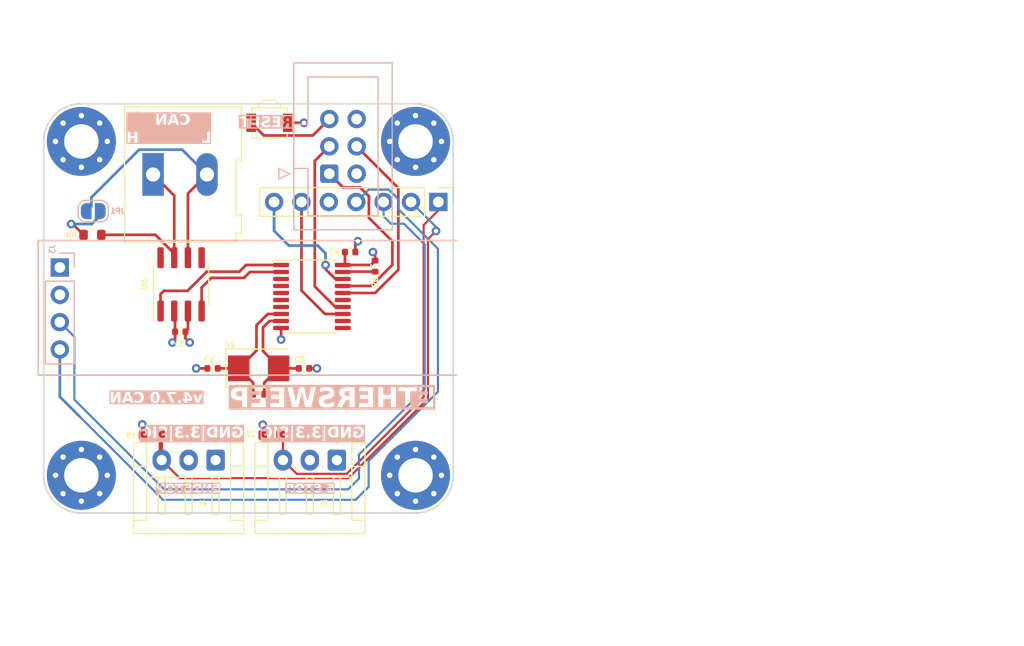
<source format=kicad_pcb>
(kicad_pcb (version 20221018) (generator pcbnew)
  (title_block (title "ethersweep2") (rev "2.0.1") (company "github.com/neumi"))
  (layers (0 "F.Cu" signal) (1 "In1.Cu" power "GND") (2 "In2.Cu" power "3.3v") (31 "B.Cu" signal) (34 "B.Paste" user) (35 "F.Paste" user) (36 "B.SilkS" user "B.Silkscreen") (37 "F.SilkS" user "F.Silkscreen") (38 "B.Mask" user) (39 "F.Mask" user) (44 "Edge.Cuts" user))
  (net 0 "")
  (net 1 "GND")
  (net 2 "SCL")
  (net 3 "SDA")
  (net 4 "+3V3")
  (net 5 "MISO")
  (net 6 "SCK")
  (net 7 "rst")
  (net 8 "MOSI")
  (net 9 "ESTOP")
  (net 10 "ENDSTOP")
  (net 11 "RST_ETHERNET")
  (net 12 "Net-(U1-OSC2)")
  (net 13 "Net-(U1-OSC1)")
  (net 14 "Net-(J10-Pin_1)")
  (net 15 "Net-(J10-Pin_2)")
  (net 16 "Net-(JP1-B)")
  (net 17 "Net-(U1-~{RESET})")
  (net 18 "Net-(U1-TXCAN)")
  (net 19 "Net-(U1-RXCAN)")
  (net 21 "ETH_INT")
  (net 31 "CS")
  (footprint "MountingHole:MountingHole_3.2mm_M3_Pad_Via" (layer "F.Cu") (at 180.6 30.2)
    (fp_text reference "H6" hide)
    (fp_text value "MountingHole_Pad" hide)
    (pad "1" thru_hole circle (at -2.4 0) (size 0.8 0.8) (drill 0.5) (layers "*.Cu" "*.Mask") (net 1 "GND"))
    (pad "1" thru_hole circle (at -1.697056 -1.697056) (size 0.8 0.8) (drill 0.5) (layers "*.Cu" "*.Mask") (net 1 "GND"))
    (pad "1" thru_hole circle (at -1.697056 1.697056) (size 0.8 0.8) (drill 0.5) (layers "*.Cu" "*.Mask") (net 1 "GND"))
    (pad "1" thru_hole circle (at 0 -2.4) (size 0.8 0.8) (drill 0.5) (layers "*.Cu" "*.Mask") (net 1 "GND"))
    (pad "1" thru_hole circle (at 0 0) (size 6.4 6.4) (drill 3.2) (layers "*.Cu" "*.Mask") (net 1 "GND"))
    (pad "1" thru_hole circle (at 0 2.4) (size 0.8 0.8) (drill 0.5) (layers "*.Cu" "*.Mask") (net 1 "GND"))
    (pad "1" thru_hole circle (at 1.697056 -1.697056) (size 0.8 0.8) (drill 0.5) (layers "*.Cu" "*.Mask") (net 1 "GND"))
    (pad "1" thru_hole circle (at 1.697056 1.697056) (size 0.8 0.8) (drill 0.5) (layers "*.Cu" "*.Mask") (net 1 "GND"))
    (pad "1" thru_hole circle (at 2.4 0) (size 0.8 0.8) (drill 0.5) (layers "*.Cu" "*.Mask") (net 1 "GND"))
  )
  (footprint "MountingHole:MountingHole_3.2mm_M3_Pad_Via" (layer "F.Cu") (at 149.6 30.2)
    (fp_text reference "H5" hide)
    (fp_text value "MountingHole_Pad" hide)
    (pad "1" thru_hole circle (at -2.4 0) (size 0.8 0.8) (drill 0.5) (layers "*.Cu" "*.Mask") (net 1 "GND"))
    (pad "1" thru_hole circle (at -1.697056 -1.697056) (size 0.8 0.8) (drill 0.5) (layers "*.Cu" "*.Mask") (net 1 "GND"))
    (pad "1" thru_hole circle (at -1.697056 1.697056) (size 0.8 0.8) (drill 0.5) (layers "*.Cu" "*.Mask") (net 1 "GND"))
    (pad "1" thru_hole circle (at 0 -2.4) (size 0.8 0.8) (drill 0.5) (layers "*.Cu" "*.Mask") (net 1 "GND"))
    (pad "1" thru_hole circle (at 0 0) (size 6.4 6.4) (drill 3.2) (layers "*.Cu" "*.Mask") (net 1 "GND"))
    (pad "1" thru_hole circle (at 0 2.4) (size 0.8 0.8) (drill 0.5) (layers "*.Cu" "*.Mask") (net 1 "GND"))
    (pad "1" thru_hole circle (at 1.697056 -1.697056) (size 0.8 0.8) (drill 0.5) (layers "*.Cu" "*.Mask") (net 1 "GND"))
    (pad "1" thru_hole circle (at 1.697056 1.697056) (size 0.8 0.8) (drill 0.5) (layers "*.Cu" "*.Mask") (net 1 "GND"))
    (pad "1" thru_hole circle (at 2.4 0) (size 0.8 0.8) (drill 0.5) (layers "*.Cu" "*.Mask") (net 1 "GND"))
  )
  (footprint "MountingHole:MountingHole_3.2mm_M3_Pad_Via" (layer "F.Cu") (at 149.6 61.2)
    (fp_text reference "H8" hide)
    (fp_text value "MountingHole_Pad" hide)
    (pad "1" thru_hole circle (at -2.4 0) (size 0.8 0.8) (drill 0.5) (layers "*.Cu" "*.Mask") (net 1 "GND"))
    (pad "1" thru_hole circle (at -1.697056 -1.697056) (size 0.8 0.8) (drill 0.5) (layers "*.Cu" "*.Mask") (net 1 "GND"))
    (pad "1" thru_hole circle (at -1.697056 1.697056) (size 0.8 0.8) (drill 0.5) (layers "*.Cu" "*.Mask") (net 1 "GND"))
    (pad "1" thru_hole circle (at 0 -2.4) (size 0.8 0.8) (drill 0.5) (layers "*.Cu" "*.Mask") (net 1 "GND"))
    (pad "1" thru_hole circle (at 0 0) (size 6.4 6.4) (drill 3.2) (layers "*.Cu" "*.Mask") (net 1 "GND"))
    (pad "1" thru_hole circle (at 0 2.4) (size 0.8 0.8) (drill 0.5) (layers "*.Cu" "*.Mask") (net 1 "GND"))
    (pad "1" thru_hole circle (at 1.697056 -1.697056) (size 0.8 0.8) (drill 0.5) (layers "*.Cu" "*.Mask") (net 1 "GND"))
    (pad "1" thru_hole circle (at 1.697056 1.697056) (size 0.8 0.8) (drill 0.5) (layers "*.Cu" "*.Mask") (net 1 "GND"))
    (pad "1" thru_hole circle (at 2.4 0) (size 0.8 0.8) (drill 0.5) (layers "*.Cu" "*.Mask") (net 1 "GND"))
  )
  (footprint "MountingHole:MountingHole_3.2mm_M3_Pad_Via" (layer "F.Cu") (at 180.6 61.2)
    (fp_text reference "H7" hide)
    (fp_text value "MountingHole_Pad" hide)
    (pad "1" thru_hole circle (at -2.4 0) (size 0.8 0.8) (drill 0.5) (layers "*.Cu" "*.Mask") (net 1 "GND"))
    (pad "1" thru_hole circle (at -1.697056 -1.697056) (size 0.8 0.8) (drill 0.5) (layers "*.Cu" "*.Mask") (net 1 "GND"))
    (pad "1" thru_hole circle (at -1.697056 1.697056) (size 0.8 0.8) (drill 0.5) (layers "*.Cu" "*.Mask") (net 1 "GND"))
    (pad "1" thru_hole circle (at 0 -2.4) (size 0.8 0.8) (drill 0.5) (layers "*.Cu" "*.Mask") (net 1 "GND"))
    (pad "1" thru_hole circle (at 0 0) (size 6.4 6.4) (drill 3.2) (layers "*.Cu" "*.Mask") (net 1 "GND"))
    (pad "1" thru_hole circle (at 0 2.4) (size 0.8 0.8) (drill 0.5) (layers "*.Cu" "*.Mask") (net 1 "GND"))
    (pad "1" thru_hole circle (at 1.697056 -1.697056) (size 0.8 0.8) (drill 0.5) (layers "*.Cu" "*.Mask") (net 1 "GND"))
    (pad "1" thru_hole circle (at 1.697056 1.697056) (size 0.8 0.8) (drill 0.5) (layers "*.Cu" "*.Mask") (net 1 "GND"))
    (pad "1" thru_hole circle (at 2.4 0) (size 0.8 0.8) (drill 0.5) (layers "*.Cu" "*.Mask") (net 1 "GND"))
  )
  (footprint "Capacitor_SMD:C_0402_1005Metric" (layer "F.Cu") (at 161.77 51.27)
    (fp_text reference "C1" (at -0.32 -0.8) (layer "F.SilkS") (effects (font (size 0.5 0.5) (thickness 0.125))))
    (fp_text value "C22pF" hide)
    (fp_line (start -0.107836 -0.36) (end 0.107836 -0.36) (stroke (width 0.12)) (layer "F.SilkS"))
    (fp_line (start -0.107836 0.36) (end 0.107836 0.36) (stroke (width 0.12)) (layer "F.SilkS"))
    (pad "1" smd roundrect (at -0.48 0) (size 0.56 0.62) (layers "F.Cu" "F.Paste" "F.Mask") (net 1 "GND"))
    (pad "2" smd roundrect (at 0.48 0) (size 0.56 0.62) (layers "F.Cu" "F.Paste" "F.Mask") (net 12 "Net-(U1-OSC2)"))
  )
  (footprint "TerminalBlock:TerminalBlock_Altech_AK300-2_P5.00mm" (layer "F.Cu") (at 156.25 33.27)
    (fp_text reference "J10" (at -1.8 -5.6) (layer "F.SilkS") (effects (font (size 0.5 0.5) (thickness 0.125))))
    (fp_text value "CAN_BUS" hide)
    (fp_line (start -2.65 -6.3) (end -2.65 6.3) (stroke (width 0.12)) (layer "F.SilkS"))
    (fp_line (start -2.65 6.3) (end 7.7 6.3) (stroke (width 0.12)) (layer "F.SilkS"))
    (fp_line (start 7.7 -1.5) (end 8.2 -1.2) (stroke (width 0.12)) (layer "F.SilkS"))
    (fp_line (start 7.7 3.9) (end 7.7 -1.5) (stroke (width 0.12)) (layer "F.SilkS"))
    (fp_line (start 7.7 5.35) (end 8.2 5.6) (stroke (width 0.12)) (layer "F.SilkS"))
    (fp_line (start 7.7 6.3) (end 7.7 5.35) (stroke (width 0.12)) (layer "F.SilkS"))
    (fp_line (start 8.2 -6.3) (end -2.65 -6.3) (stroke (width 0.12)) (layer "F.SilkS"))
    (fp_line (start 8.2 -1.2) (end 8.2 -6.3) (stroke (width 0.12)) (layer "F.SilkS"))
    (fp_line (start 8.2 3.65) (end 7.7 3.9) (stroke (width 0.12)) (layer "F.SilkS"))
    (fp_line (start 8.2 3.7) (end 8.2 3.65) (stroke (width 0.12)) (layer "F.SilkS"))
    (fp_line (start 8.2 5.6) (end 8.2 3.7) (stroke (width 0.12)) (layer "F.SilkS"))
    (pad "1" thru_hole rect (at 0 0) (size 1.98 3.96) (drill 1.32) (layers "*.Cu" "*.Mask") (net 14 "Net-(J10-Pin_1)"))
    (pad "2" thru_hole oval (at 5 0) (size 1.98 3.96) (drill 1.32) (layers "*.Cu" "*.Mask") (net 15 "Net-(J10-Pin_2)"))
  )
  (footprint "Resistor_SMD:R_0402_1005Metric" (layer "F.Cu") (at 166.05 53.67)
    (fp_text reference "R5" (at 1.4 0) (layer "F.SilkS") (effects (font (size 0.5 0.5) (thickness 0.125))))
    (fp_text value "R1M" hide)
    (fp_line (start -0.153641 -0.38) (end 0.153641 -0.38) (stroke (width 0.12)) (layer "F.SilkS"))
    (fp_line (start -0.153641 0.38) (end 0.153641 0.38) (stroke (width 0.12)) (layer "F.SilkS"))
    (pad "1" smd roundrect (at -0.51 0) (size 0.54 0.64) (layers "F.Cu" "F.Paste" "F.Mask") (net 12 "Net-(U1-OSC2)"))
    (pad "2" smd roundrect (at 0.51 0) (size 0.54 0.64) (layers "F.Cu" "F.Paste" "F.Mask") (net 13 "Net-(U1-OSC1)"))
  )
  (footprint "Capacitor_SMD:C_0402_1005Metric" (layer "F.Cu") (at 170.25 51.27)
    (fp_text reference "C3" (at -0.4 -0.8) (layer "F.SilkS") (effects (font (size 0.5 0.5) (thickness 0.125))))
    (fp_text value "C22pF" hide)
    (fp_line (start -0.107836 -0.36) (end 0.107836 -0.36) (stroke (width 0.12)) (layer "F.SilkS"))
    (fp_line (start -0.107836 0.36) (end 0.107836 0.36) (stroke (width 0.12)) (layer "F.SilkS"))
    (pad "1" smd roundrect (at -0.48 0) (size 0.56 0.62) (layers "F.Cu" "F.Paste" "F.Mask") (net 13 "Net-(U1-OSC1)"))
    (pad "2" smd roundrect (at 0.48 0) (size 0.56 0.62) (layers "F.Cu" "F.Paste" "F.Mask") (net 1 "GND"))
  )
  (footprint "Capacitor_SMD:C_0402_1005Metric" (layer "F.Cu") (at 174.53 40.47)
    (fp_text reference "C4" (at -1.48 0) (layer "F.SilkS") (effects (font (size 0.5 0.5) (thickness 0.125))))
    (fp_text value "C100nF" hide)
    (fp_line (start -0.107836 -0.36) (end 0.107836 -0.36) (stroke (width 0.12)) (layer "F.SilkS"))
    (fp_line (start -0.107836 0.36) (end 0.107836 0.36) (stroke (width 0.12)) (layer "F.SilkS"))
    (pad "1" smd roundrect (at -0.48 0) (size 0.56 0.62) (layers "F.Cu" "F.Paste" "F.Mask") (net 4 "+3V3"))
    (pad "2" smd roundrect (at 0.48 0) (size 0.56 0.62) (layers "F.Cu" "F.Paste" "F.Mask") (net 1 "GND"))
  )
  (footprint "Connector_PinHeader_2.54mm:PinHeader_1x07_P2.54mm_Vertical" (layer "F.Cu") (at 182.7176 35.819 -90)
    (fp_text reference "J7" hide)
    (fp_text value "Conn_01x07_Male" hide)
    (fp_line (start -1.33 -1.33) (end 0 -1.33) (stroke (width 0.12)) (layer "F.SilkS"))
    (fp_line (start -1.33 0) (end -1.33 -1.33) (stroke (width 0.12)) (layer "F.SilkS"))
    (fp_line (start -1.33 1.27) (end -1.33 16.57) (stroke (width 0.12)) (layer "F.SilkS"))
    (fp_line (start -1.33 1.27) (end 1.33 1.27) (stroke (width 0.12)) (layer "F.SilkS"))
    (fp_line (start -1.33 16.57) (end 1.33 16.57) (stroke (width 0.12)) (layer "F.SilkS"))
    (fp_line (start 1.33 1.27) (end 1.33 16.57) (stroke (width 0.12)) (layer "F.SilkS"))
    (pad "1" thru_hole rect (at 0 0 270) (size 1.7 1.7) (drill 1) (layers "*.Cu" "*.Mask") (net 9 "ESTOP"))
    (pad "2" thru_hole oval (at 0 2.54 270) (size 1.7 1.7) (drill 1) (layers "*.Cu" "*.Mask") (net 10 "ENDSTOP"))
    (pad "3" thru_hole oval (at 0 5.08 270) (size 1.7 1.7) (drill 1) (layers "*.Cu" "*.Mask") (net 2 "SCL"))
    (pad "4" thru_hole oval (at 0 7.62 270) (size 1.7 1.7) (drill 1) (layers "*.Cu" "*.Mask") (net 3 "SDA"))
    (pad "5" thru_hole oval (at 0 10.16 270) (size 1.7 1.7) (drill 1) (layers "*.Cu" "*.Mask") (net 11 "RST_ETHERNET"))
    (pad "6" thru_hole oval (at 0 12.7 270) (size 1.7 1.7) (drill 1) (layers "*.Cu" "*.Mask") (net 21 "ETH_INT"))
    (pad "7" thru_hole oval (at 0 15.24 270) (size 1.7 1.7) (drill 1) (layers "*.Cu" "*.Mask") (net 31 "CS"))
  )
  (footprint "Connector_JST:JST_EH_S3B-EH_1x03_P2.50mm_Horizontal" (layer "F.Cu") (at 173.3 59.7875 180)
    (fp_text reference "J5" (at 1.25 -4.0325) (layer "F.SilkS") (effects (font (size 0.5 0.5) (thickness 0.125))))
    (fp_text value "Conn_01x03_Male" hide)
    (fp_line (start -2.61 -6.81) (end 7.61 -6.81) (stroke (width 0.12)) (layer "F.SilkS"))
    (fp_line (start -2.61 -5.59) (end -1.39 -5.59) (stroke (width 0.12)) (layer "F.SilkS"))
    (fp_line (start -2.61 1.61) (end -2.61 -6.81) (stroke (width 0.12)) (layer "F.SilkS"))
    (fp_line (start -1.39 -5.59) (end -1.39 -0.59) (stroke (width 0.12)) (layer "F.SilkS"))
    (fp_line (start -1.39 -1.59) (end 6.39 -1.59) (stroke (width 0.12)) (layer "F.SilkS"))
    (fp_line (start -1.39 -0.59) (end -2.61 -0.59) (stroke (width 0.12)) (layer "F.SilkS"))
    (fp_line (start -1.39 -0.59) (end -1.39 1.61) (stroke (width 0.12)) (layer "F.SilkS"))
    (fp_line (start -1.39 1.61) (end -2.61 1.61) (stroke (width 0.12)) (layer "F.SilkS"))
    (fp_line (start -0.32 -5.01) (end 0 -5.09) (stroke (width 0.12)) (layer "F.SilkS"))
    (fp_line (start -0.32 -1.59) (end -0.32 -5.01) (stroke (width 0.12)) (layer "F.SilkS"))
    (fp_line (start -0.3 2.1) (end 0.3 2.1) (stroke (width 0.12)) (layer "F.SilkS"))
    (fp_line (start 0 -5.09) (end 0.32 -5.01) (stroke (width 0.12)) (layer "F.SilkS"))
    (fp_line (start 0 -1.59) (end -0.32 -1.59) (stroke (width 0.12)) (layer "F.SilkS"))
    (fp_line (start 0 1.5) (end -0.3 2.1) (stroke (width 0.12)) (layer "F.SilkS"))
    (fp_line (start 0.3 2.1) (end 0 1.5) (stroke (width 0.12)) (layer "F.SilkS"))
    (fp_line (start 0.32 -5.01) (end 0.32 -1.59) (stroke (width 0.12)) (layer "F.SilkS"))
    (fp_line (start 0.32 -1.59) (end 0 -1.59) (stroke (width 0.12)) (layer "F.SilkS"))
    (fp_line (start 1.17 -0.59) (end 1.33 -0.59) (stroke (width 0.12)) (layer "F.SilkS"))
    (fp_line (start 2.18 -5.01) (end 2.5 -5.09) (stroke (width 0.12)) (layer "F.SilkS"))
    (fp_line (start 2.18 -1.59) (end 2.18 -5.01) (stroke (width 0.12)) (layer "F.SilkS"))
    (fp_line (start 2.5 -5.09) (end 2.82 -5.01) (stroke (width 0.12)) (layer "F.SilkS"))
    (fp_line (start 2.5 -1.59) (end 2.18 -1.59) (stroke (width 0.12)) (layer "F.SilkS"))
    (fp_line (start 2.82 -5.01) (end 2.82 -1.59) (stroke (width 0.12)) (layer "F.SilkS"))
    (fp_line (start 2.82 -1.59) (end 2.5 -1.59) (stroke (width 0.12)) (layer "F.SilkS"))
    (fp_line (start 3.67 -0.59) (end 3.83 -0.59) (stroke (width 0.12)) (layer "F.SilkS"))
    (fp_line (start 4.68 -5.01) (end 5 -5.09) (stroke (width 0.12)) (layer "F.SilkS"))
    (fp_line (start 4.68 -1.59) (end 4.68 -5.01) (stroke (width 0.12)) (layer "F.SilkS"))
    (fp_line (start 5 -5.09) (end 5.32 -5.01) (stroke (width 0.12)) (layer "F.SilkS"))
    (fp_line (start 5 -1.59) (end 4.68 -1.59) (stroke (width 0.12)) (layer "F.SilkS"))
    (fp_line (start 5.32 -5.01) (end 5.32 -1.59) (stroke (width 0.12)) (layer "F.SilkS"))
    (fp_line (start 5.32 -1.59) (end 5 -1.59) (stroke (width 0.12)) (layer "F.SilkS"))
    (fp_line (start 6.39 -5.59) (end 6.39 -0.59) (stroke (width 0.12)) (layer "F.SilkS"))
    (fp_line (start 6.39 -0.59) (end 7.61 -0.59) (stroke (width 0.12)) (layer "F.SilkS"))
    (fp_line (start 6.39 1.61) (end 6.39 -0.59) (stroke (width 0.12)) (layer "F.SilkS"))
    (fp_line (start 7.61 -6.81) (end 7.61 1.61) (stroke (width 0.12)) (layer "F.SilkS"))
    (fp_line (start 7.61 -5.59) (end 6.39 -5.59) (stroke (width 0.12)) (layer "F.SilkS"))
    (fp_line (start 7.61 1.61) (end 6.39 1.61) (stroke (width 0.12)) (layer "F.SilkS"))
    (pad "1" thru_hole roundrect locked (at 0 0 180) (size 1.7 1.95) (drill 0.95) (layers "*.Cu" "*.Mask") (roundrect_rratio 0.1470588235) (net 1 "GND"))
    (pad "2" thru_hole oval locked (at 2.5 0 180) (size 1.7 1.95) (drill 0.95) (layers "*.Cu" "*.Mask") (net 4 "+3V3"))
    (pad "3" thru_hole oval locked (at 5 0 180) (size 1.7 1.95) (drill 0.95) (layers "*.Cu" "*.Mask") (net 9 "ESTOP"))
  )
  (footprint "Package_SO:SOIC-8_3.9x4.9mm_P1.27mm" (layer "F.Cu") (at 158.85 43.47 90)
    (fp_text reference "U6" (at 0 -3.4 90) (layer "F.SilkS") (effects (font (size 0.5 0.5) (thickness 0.125))))
    (fp_text value "TJA1051T-3" hide)
    (fp_line (start 0 -2.56) (end -3.45 -2.56) (stroke (width 0.12)) (layer "F.SilkS"))
    (fp_line (start 0 -2.56) (end 1.95 -2.56) (stroke (width 0.12)) (layer "F.SilkS"))
    (fp_line (start 0 2.56) (end -1.95 2.56) (stroke (width 0.12)) (layer "F.SilkS"))
    (fp_line (start 0 2.56) (end 1.95 2.56) (stroke (width 0.12)) (layer "F.SilkS"))
    (pad "1" smd roundrect (at -2.475 -1.905 90) (size 1.95 0.6) (layers "F.Cu" "F.Paste" "F.Mask") (net 18 "Net-(U1-TXCAN)"))
    (pad "2" smd roundrect (at -2.475 -0.635 90) (size 1.95 0.6) (layers "F.Cu" "F.Paste" "F.Mask") (net 1 "GND"))
    (pad "3" smd roundrect (at -2.475 0.635 90) (size 1.95 0.6) (layers "F.Cu" "F.Paste" "F.Mask") (net 4 "+3V3"))
    (pad "4" smd roundrect (at -2.475 1.905 90) (size 1.95 0.6) (layers "F.Cu" "F.Paste" "F.Mask") (net 19 "Net-(U1-RXCAN)"))
    (pad "5" smd roundrect (at 2.475 1.905 90) (size 1.95 0.6) (layers "F.Cu" "F.Paste" "F.Mask"))
    (pad "6" smd roundrect (at 2.475 0.635 90) (size 1.95 0.6) (layers "F.Cu" "F.Paste" "F.Mask") (net 15 "Net-(J10-Pin_2)"))
    (pad "7" smd roundrect (at 2.475 -0.635 90) (size 1.95 0.6) (layers "F.Cu" "F.Paste" "F.Mask") (net 14 "Net-(J10-Pin_1)"))
    (pad "8" smd roundrect (at 2.475 -1.905 90) (size 1.95 0.6) (layers "F.Cu" "F.Paste" "F.Mask"))
  )
  (footprint "Connector_JST:JST_EH_S3B-EH_1x03_P2.50mm_Horizontal" (layer "F.Cu") (at 162.05 59.7875 180)
    (fp_text reference "J4" (at 1.25 -4.0325) (layer "F.SilkS") (effects (font (size 0.5 0.5) (thickness 0.125))))
    (fp_text value "Conn_01x03_Male" hide)
    (fp_line (start -2.61 -6.81) (end 7.61 -6.81) (stroke (width 0.12)) (layer "F.SilkS"))
    (fp_line (start -2.61 -5.59) (end -1.39 -5.59) (stroke (width 0.12)) (layer "F.SilkS"))
    (fp_line (start -2.61 1.61) (end -2.61 -6.81) (stroke (width 0.12)) (layer "F.SilkS"))
    (fp_line (start -1.39 -5.59) (end -1.39 -0.59) (stroke (width 0.12)) (layer "F.SilkS"))
    (fp_line (start -1.39 -1.59) (end 6.39 -1.59) (stroke (width 0.12)) (layer "F.SilkS"))
    (fp_line (start -1.39 -0.59) (end -2.61 -0.59) (stroke (width 0.12)) (layer "F.SilkS"))
    (fp_line (start -1.39 -0.59) (end -1.39 1.61) (stroke (width 0.12)) (layer "F.SilkS"))
    (fp_line (start -1.39 1.61) (end -2.61 1.61) (stroke (width 0.12)) (layer "F.SilkS"))
    (fp_line (start -0.32 -5.01) (end 0 -5.09) (stroke (width 0.12)) (layer "F.SilkS"))
    (fp_line (start -0.32 -1.59) (end -0.32 -5.01) (stroke (width 0.12)) (layer "F.SilkS"))
    (fp_line (start -0.3 2.1) (end 0.3 2.1) (stroke (width 0.12)) (layer "F.SilkS"))
    (fp_line (start 0 -5.09) (end 0.32 -5.01) (stroke (width 0.12)) (layer "F.SilkS"))
    (fp_line (start 0 -1.59) (end -0.32 -1.59) (stroke (width 0.12)) (layer "F.SilkS"))
    (fp_line (start 0 1.5) (end -0.3 2.1) (stroke (width 0.12)) (layer "F.SilkS"))
    (fp_line (start 0.3 2.1) (end 0 1.5) (stroke (width 0.12)) (layer "F.SilkS"))
    (fp_line (start 0.32 -5.01) (end 0.32 -1.59) (stroke (width 0.12)) (layer "F.SilkS"))
    (fp_line (start 0.32 -1.59) (end 0 -1.59) (stroke (width 0.12)) (layer "F.SilkS"))
    (fp_line (start 1.17 -0.59) (end 1.33 -0.59) (stroke (width 0.12)) (layer "F.SilkS"))
    (fp_line (start 2.18 -5.01) (end 2.5 -5.09) (stroke (width 0.12)) (layer "F.SilkS"))
    (fp_line (start 2.18 -1.59) (end 2.18 -5.01) (stroke (width 0.12)) (layer "F.SilkS"))
    (fp_line (start 2.5 -5.09) (end 2.82 -5.01) (stroke (width 0.12)) (layer "F.SilkS"))
    (fp_line (start 2.5 -1.59) (end 2.18 -1.59) (stroke (width 0.12)) (layer "F.SilkS"))
    (fp_line (start 2.82 -5.01) (end 2.82 -1.59) (stroke (width 0.12)) (layer "F.SilkS"))
    (fp_line (start 2.82 -1.59) (end 2.5 -1.59) (stroke (width 0.12)) (layer "F.SilkS"))
    (fp_line (start 3.67 -0.59) (end 3.83 -0.59) (stroke (width 0.12)) (layer "F.SilkS"))
    (fp_line (start 4.68 -5.01) (end 5 -5.09) (stroke (width 0.12)) (layer "F.SilkS"))
    (fp_line (start 4.68 -1.59) (end 4.68 -5.01) (stroke (width 0.12)) (layer "F.SilkS"))
    (fp_line (start 5 -5.09) (end 5.32 -5.01) (stroke (width 0.12)) (layer "F.SilkS"))
    (fp_line (start 5 -1.59) (end 4.68 -1.59) (stroke (width 0.12)) (layer "F.SilkS"))
    (fp_line (start 5.32 -5.01) (end 5.32 -1.59) (stroke (width 0.12)) (layer "F.SilkS"))
    (fp_line (start 5.32 -1.59) (end 5 -1.59) (stroke (width 0.12)) (layer "F.SilkS"))
    (fp_line (start 6.39 -5.59) (end 6.39 -0.59) (stroke (width 0.12)) (layer "F.SilkS"))
    (fp_line (start 6.39 -0.59) (end 7.61 -0.59) (stroke (width 0.12)) (layer "F.SilkS"))
    (fp_line (start 6.39 1.61) (end 6.39 -0.59) (stroke (width 0.12)) (layer "F.SilkS"))
    (fp_line (start 7.61 -6.81) (end 7.61 1.61) (stroke (width 0.12)) (layer "F.SilkS"))
    (fp_line (start 7.61 -5.59) (end 6.39 -5.59) (stroke (width 0.12)) (layer "F.SilkS"))
    (fp_line (start 7.61 1.61) (end 6.39 1.61) (stroke (width 0.12)) (layer "F.SilkS"))
    (pad "1" thru_hole roundrect locked (at 0 0 180) (size 1.7 1.95) (drill 0.95) (layers "*.Cu" "*.Mask") (roundrect_rratio 0.1470588235) (net 1 "GND"))
    (pad "2" thru_hole oval locked (at 2.5 0 180) (size 1.7 1.95) (drill 0.95) (layers "*.Cu" "*.Mask") (net 4 "+3V3"))
    (pad "3" thru_hole oval locked (at 5 0 180) (size 1.7 1.95) (drill 0.95) (layers "*.Cu" "*.Mask") (net 10 "ENDSTOP"))
  )
  (footprint "Resistor_SMD:R_0603_1608Metric" (layer "F.Cu") (at 150.625 38.87)
    (fp_text reference "R4" (at -1.975 0) (layer "F.SilkS") (effects (font (size 0.5 0.5) (thickness 0.125))))
    (fp_text value "R120" hide)
    (fp_line (start -0.237258 -0.5225) (end 0.237258 -0.5225) (stroke (width 0.12)) (layer "F.SilkS"))
    (fp_line (start -0.237258 0.5225) (end 0.237258 0.5225) (stroke (width 0.12)) (layer "F.SilkS"))
    (pad "1" smd roundrect (at -0.825 0) (size 0.8 0.95) (layers "F.Cu" "F.Paste" "F.Mask") (net 16 "Net-(JP1-B)"))
    (pad "2" smd roundrect (at 0.825 0) (size 0.8 0.95) (layers "F.Cu" "F.Paste" "F.Mask") (net 14 "Net-(J10-Pin_1)"))
  )
  (footprint "Resistor_SMD:R_0402_1005Metric" (layer "F.Cu") (at 176.85 41.78 90)
    (fp_text reference "R6" (at -1.49 0 90) (layer "F.SilkS") (effects (font (size 0.5 0.5) (thickness 0.125))))
    (fp_text value "R10k" hide)
    (fp_line (start -0.153641 -0.38) (end 0.153641 -0.38) (stroke (width 0.12)) (layer "F.SilkS"))
    (fp_line (start -0.153641 0.38) (end 0.153641 0.38) (stroke (width 0.12)) (layer "F.SilkS"))
    (pad "1" smd roundrect (at -0.51 0 90) (size 0.54 0.64) (layers "F.Cu" "F.Paste" "F.Mask") (net 17 "Net-(U1-~{RESET})"))
    (pad "2" smd roundrect (at 0.51 0 90) (size 0.54 0.64) (layers "F.Cu" "F.Paste" "F.Mask") (net 4 "+3V3"))
  )
  (footprint "Crystal:Crystal_SMD_5032-2Pin_5.0x3.2mm" (layer "F.Cu") (at 166.05 51.27)
    (fp_text reference "Y1" (at -2.6 -2.2) (layer "F.SilkS") (effects (font (size 0.5 0.5) (thickness 0.125))))
    (fp_text value "Crystal" hide)
    (fp_line (start -3.05 -1.8) (end -3.05 1.8) (stroke (width 0.12)) (layer "F.SilkS"))
    (fp_line (start -3.05 1.8) (end 2.7 1.8) (stroke (width 0.12)) (layer "F.SilkS"))
    (fp_line (start 2.7 -1.8) (end -3.05 -1.8) (stroke (width 0.12)) (layer "F.SilkS"))
    (pad "1" smd rect (at -1.85 0) (size 2 2.4) (layers "F.Cu" "F.Paste" "F.Mask") (net 12 "Net-(U1-OSC2)"))
    (pad "2" smd rect (at 1.85 0) (size 2 2.4) (layers "F.Cu" "F.Paste" "F.Mask") (net 13 "Net-(U1-OSC1)"))
  )
  (footprint "Resistor_SMD:R_0603_1608Metric" (layer "F.Cu") (at 167.25 57.47)
    (fp_text reference "R2" (at -1.9812 -0.0508) (layer "F.SilkS") (effects (font (size 0.5 0.5) (thickness 0.125))))
    (fp_text value "R10k" hide)
    (fp_line (start -0.237258 -0.5225) (end 0.237258 -0.5225) (stroke (width 0.12)) (layer "F.SilkS"))
    (fp_line (start -0.237258 0.5225) (end 0.237258 0.5225) (stroke (width 0.12)) (layer "F.SilkS"))
    (pad "1" smd roundrect (at -0.825 0) (size 0.8 0.95) (layers "F.Cu" "F.Paste" "F.Mask") (net 4 "+3V3"))
    (pad "2" smd roundrect (at 0.825 0) (size 0.8 0.95) (layers "F.Cu" "F.Paste" "F.Mask") (net 9 "ESTOP"))
  )
  (footprint "Capacitor_SMD:C_0402_1005Metric" (layer "F.Cu") (at 158.77 47.87 180)
    (fp_text reference "C5" (at 0 -1.16) (layer "F.SilkS") (effects (font (size 0.5 0.5) (thickness 0.125))))
    (fp_text value "C100nF" hide)
    (fp_line (start -0.107836 -0.36) (end 0.107836 -0.36) (stroke (width 0.12)) (layer "F.SilkS"))
    (fp_line (start -0.107836 0.36) (end 0.107836 0.36) (stroke (width 0.12)) (layer "F.SilkS"))
    (pad "1" smd roundrect (at -0.48 0 180) (size 0.56 0.62) (layers "F.Cu" "F.Paste" "F.Mask") (net 4 "+3V3"))
    (pad "2" smd roundrect (at 0.48 0 180) (size 0.56 0.62) (layers "F.Cu" "F.Paste" "F.Mask") (net 1 "GND"))
  )
  (footprint "Resistor_SMD:R_0603_1608Metric" (layer "F.Cu") (at 156.15 57.47)
    (fp_text reference "R1" (at -1.9812 0) (layer "F.SilkS") (effects (font (size 0.5 0.5) (thickness 0.125))))
    (fp_text value "R10k" hide)
    (fp_line (start -0.237258 -0.5225) (end 0.237258 -0.5225) (stroke (width 0.12)) (layer "F.SilkS"))
    (fp_line (start -0.237258 0.5225) (end 0.237258 0.5225) (stroke (width 0.12)) (layer "F.SilkS"))
    (pad "1" smd roundrect (at -0.825 0) (size 0.8 0.95) (layers "F.Cu" "F.Paste" "F.Mask") (net 4 "+3V3"))
    (pad "2" smd roundrect (at 0.825 0) (size 0.8 0.95) (layers "F.Cu" "F.Paste" "F.Mask") (net 10 "ENDSTOP"))
  )
  (footprint "Button_Switch_SMD:SW_SPST_B3U-3000P" (layer "F.Cu") (at 167.05 28.47)
    (fp_text reference "SW1" hide)
    (fp_text value "SW_Push" hide)
    (fp_line (start -1.65 -1.4) (end 1.65 -1.4) (stroke (width 0.12)) (layer "F.SilkS"))
    (fp_line (start -1.65 -1.1) (end -1.65 -1.4) (stroke (width 0.12)) (layer "F.SilkS"))
    (fp_line (start -1.65 1.1) (end -1.65 1.4) (stroke (width 0.12)) (layer "F.SilkS"))
    (fp_line (start -1.65 1.4) (end 1.65 1.4) (stroke (width 0.12)) (layer "F.SilkS"))
    (fp_line (start -1 -1.72) (end -1 -1.4) (stroke (width 0.12)) (layer "F.SilkS"))
    (fp_line (start -0.5 -2.1) (end -1 -1.72) (stroke (width 0.12)) (layer "F.SilkS"))
    (fp_line (start -0.5 -2.1) (end 0.5 -2.1) (stroke (width 0.12)) (layer "F.SilkS"))
    (fp_line (start 0.5 -2.1) (end 1 -1.72) (stroke (width 0.12)) (layer "F.SilkS"))
    (fp_line (start 1 -1.72) (end 1 -1.4) (stroke (width 0.12)) (layer "F.SilkS"))
    (fp_line (start 1.65 -1.4) (end 1.65 -1.1) (stroke (width 0.12)) (layer "F.SilkS"))
    (fp_line (start 1.65 1.4) (end 1.65 1.1) (stroke (width 0.12)) (layer "F.SilkS"))
    (pad "1" smd rect (at -1.7 0) (size 0.9 1.7) (layers "F.Cu" "F.Paste" "F.Mask") (net 7 "rst"))
    (pad "2" smd rect (at 1.7 0) (size 0.9 1.7) (layers "F.Cu" "F.Paste" "F.Mask") (net 1 "GND"))
  )
  (footprint "Package_SO:TSSOP-20_4.4x6.5mm_P0.65mm" (layer "F.Cu") (at 170.9875 44.595)
    (fp_text reference "U1" hide)
    (fp_text value "MCP2515-xST" hide)
    (fp_line (start 0 -3.385) (end -3.6 -3.385) (stroke (width 0.12)) (layer "F.SilkS"))
    (fp_line (start 0 -3.385) (end 2.2 -3.385) (stroke (width 0.12)) (layer "F.SilkS"))
    (fp_line (start 0 3.385) (end -2.2 3.385) (stroke (width 0.12)) (layer "F.SilkS"))
    (fp_line (start 0 3.385) (end 2.2 3.385) (stroke (width 0.12)) (layer "F.SilkS"))
    (pad "1" smd roundrect (at -2.8625 -2.925) (size 1.475 0.4) (layers "F.Cu" "F.Paste" "F.Mask") (net 18 "Net-(U1-TXCAN)"))
    (pad "2" smd roundrect (at -2.8625 -2.275) (size 1.475 0.4) (layers "F.Cu" "F.Paste" "F.Mask") (net 19 "Net-(U1-RXCAN)"))
    (pad "3" smd roundrect (at -2.8625 -1.625) (size 1.475 0.4) (layers "F.Cu" "F.Paste" "F.Mask"))
    (pad "4" smd roundrect (at -2.8625 -0.975) (size 1.475 0.4) (layers "F.Cu" "F.Paste" "F.Mask"))
    (pad "5" smd roundrect (at -2.8625 -0.325) (size 1.475 0.4) (layers "F.Cu" "F.Paste" "F.Mask"))
    (pad "6" smd roundrect (at -2.8625 0.325) (size 1.475 0.4) (layers "F.Cu" "F.Paste" "F.Mask"))
    (pad "7" smd roundrect (at -2.8625 0.975) (size 1.475 0.4) (layers "F.Cu" "F.Paste" "F.Mask"))
    (pad "8" smd roundrect (at -2.8625 1.625) (size 1.475 0.4) (layers "F.Cu" "F.Paste" "F.Mask") (net 12 "Net-(U1-OSC2)"))
    (pad "9" smd roundrect (at -2.8625 2.275) (size 1.475 0.4) (layers "F.Cu" "F.Paste" "F.Mask") (net 13 "Net-(U1-OSC1)"))
    (pad "10" smd roundrect (at -2.8625 2.925) (size 1.475 0.4) (layers "F.Cu" "F.Paste" "F.Mask") (net 1 "GND"))
    (pad "11" smd roundrect (at 2.8625 2.925) (size 1.475 0.4) (layers "F.Cu" "F.Paste" "F.Mask"))
    (pad "12" smd roundrect (at 2.8625 2.275) (size 1.475 0.4) (layers "F.Cu" "F.Paste" "F.Mask"))
    (pad "13" smd roundrect (at 2.8625 1.625) (size 1.475 0.4) (layers "F.Cu" "F.Paste" "F.Mask") (net 21 "ETH_INT"))
    (pad "14" smd roundrect (at 2.8625 0.975) (size 1.475 0.4) (layers "F.Cu" "F.Paste" "F.Mask") (net 6 "SCK"))
    (pad "15" smd roundrect (at 2.8625 0.325) (size 1.475 0.4) (layers "F.Cu" "F.Paste" "F.Mask"))
    (pad "16" smd roundrect (at 2.8625 -0.325) (size 1.475 0.4) (layers "F.Cu" "F.Paste" "F.Mask") (net 8 "MOSI"))
    (pad "17" smd roundrect (at 2.8625 -0.975) (size 1.475 0.4) (layers "F.Cu" "F.Paste" "F.Mask") (net 5 "MISO"))
    (pad "18" smd roundrect (at 2.8625 -1.625) (size 1.475 0.4) (layers "F.Cu" "F.Paste" "F.Mask") (net 31 "CS"))
    (pad "19" smd roundrect (at 2.8625 -2.275) (size 1.475 0.4) (layers "F.Cu" "F.Paste" "F.Mask") (net 17 "Net-(U1-~{RESET})"))
    (pad "20" smd roundrect (at 2.8625 -2.925) (size 1.475 0.4) (layers "F.Cu" "F.Paste" "F.Mask") (net 4 "+3V3"))
  )
  (footprint "Connector_IDC:IDC-Header_2x03_P2.54mm_Vertical" (layer "B.Cu") (at 172.6 33.2)
    (fp_text reference "J8" hide)
    (fp_text value "AVR-ISP-6" hide)
    (fp_line (start -4.68 -0.5) (end -3.68 0) (stroke (width 0.12)) (layer "B.SilkS"))
    (fp_line (start -4.68 0.5) (end -4.68 -0.5) (stroke (width 0.12)) (layer "B.SilkS"))
    (fp_line (start -3.68 0) (end -4.68 0.5) (stroke (width 0.12)) (layer "B.SilkS"))
    (fp_line (start -3.29 -10.29) (end -3.29 5.21) (stroke (width 0.12)) (layer "B.SilkS"))
    (fp_line (start -3.29 -0.49) (end -1.98 -0.49) (stroke (width 0.12)) (layer "B.SilkS"))
    (fp_line (start -3.29 5.21) (end 5.83 5.21) (stroke (width 0.12)) (layer "B.SilkS"))
    (fp_line (start -1.98 -8.99) (end -1.98 -4.59) (stroke (width 0.12)) (layer "B.SilkS"))
    (fp_line (start -1.98 -4.59) (end -3.29 -4.59) (stroke (width 0.12)) (layer "B.SilkS"))
    (fp_line (start -1.98 -4.59) (end -1.98 -4.59) (stroke (width 0.12)) (layer "B.SilkS"))
    (fp_line (start -1.98 -0.49) (end -1.98 3.91) (stroke (width 0.12)) (layer "B.SilkS"))
    (fp_line (start -1.98 3.91) (end 4.52 3.91) (stroke (width 0.12)) (layer "B.SilkS"))
    (fp_line (start 4.52 -8.99) (end -1.98 -8.99) (stroke (width 0.12)) (layer "B.SilkS"))
    (fp_line (start 4.52 3.91) (end 4.52 -8.99) (stroke (width 0.12)) (layer "B.SilkS"))
    (fp_line (start 5.83 -10.29) (end -3.29 -10.29) (stroke (width 0.12)) (layer "B.SilkS"))
    (fp_line (start 5.83 5.21) (end 5.83 -10.29) (stroke (width 0.12)) (layer "B.SilkS"))
    (pad "1" thru_hole roundrect locked (at 0 0) (size 1.7 1.7) (drill 1) (layers "*.Cu" "*.Mask") (roundrect_rratio 0.1470588235) (net 5 "MISO"))
    (pad "2" thru_hole circle locked (at 2.54 0) (size 1.7 1.7) (drill 1) (layers "*.Cu" "*.Mask") (net 4 "+3V3"))
    (pad "3" thru_hole circle locked (at 0 -2.54) (size 1.7 1.7) (drill 1) (layers "*.Cu" "*.Mask") (net 6 "SCK"))
    (pad "4" thru_hole circle locked (at 2.54 -2.54) (size 1.7 1.7) (drill 1) (layers "*.Cu" "*.Mask") (net 8 "MOSI"))
    (pad "5" thru_hole circle locked (at 0 -5.08) (size 1.7 1.7) (drill 1) (layers "*.Cu" "*.Mask") (net 7 "rst"))
    (pad "6" thru_hole circle locked (at 2.54 -5.08) (size 1.7 1.7) (drill 1) (layers "*.Cu" "*.Mask") (net 1 "GND"))
  )
  (footprint "Connector_PinHeader_2.54mm:PinHeader_1x04_P2.54mm_Vertical" (layer "B.Cu") (at 147.6 41.9 180)
    (fp_text reference "J3" (at 0.7 1.7 90) (layer "B.SilkS") (effects (font (size 0.5 0.5) (thickness 0.125)) (justify mirror)))
    (fp_text value "Conn_01x04_Female" hide)
    (fp_line (start -1.33 -8.95) (end 1.33 -8.95) (stroke (width 0.12)) (layer "B.SilkS"))
    (fp_line (start -1.33 -1.27) (end -1.33 -8.95) (stroke (width 0.12)) (layer "B.SilkS"))
    (fp_line (start -1.33 -1.27) (end 1.33 -1.27) (stroke (width 0.12)) (layer "B.SilkS"))
    (fp_line (start -1.33 0) (end -1.33 1.33) (stroke (width 0.12)) (layer "B.SilkS"))
    (fp_line (start -1.33 1.33) (end 0 1.33) (stroke (width 0.12)) (layer "B.SilkS"))
    (fp_line (start 1.33 -1.27) (end 1.33 -8.95) (stroke (width 0.12)) (layer "B.SilkS"))
    (pad "1" thru_hole rect locked (at 0 0 180) (size 1.7 1.7) (drill 1) (layers "*.Cu" "*.Mask") (net 1 "GND"))
    (pad "2" thru_hole oval locked (at 0 -2.54 180) (size 1.7 1.7) (drill 1) (layers "*.Cu" "*.Mask") (net 4 "+3V3"))
    (pad "3" thru_hole oval locked (at 0 -5.08 180) (size 1.7 1.7) (drill 1) (layers "*.Cu" "*.Mask") (net 2 "SCL"))
    (pad "4" thru_hole oval locked (at 0 -7.62 180) (size 1.7 1.7) (drill 1) (layers "*.Cu" "*.Mask") (net 3 "SDA"))
  )
  (footprint "Jumper:SolderJumper-2_P1.3mm_Open_RoundedPad1.0x1.5mm" (layer "B.Cu") (at 150.7 36.67)
    (fp_text reference "JP1" (at 2.25 0) (layer "B.SilkS") (effects (font (size 0.5 0.5) (thickness 0.125)) (justify mirror)))
    (fp_text value "CAN_TERMINATION" hide)
    (fp_line (start -1.4 -0.3) (end -1.4 0.3) (stroke (width 0.12)) (layer "B.SilkS"))
    (fp_line (start -0.7 1) (end 0.7 1) (stroke (width 0.12)) (layer "B.SilkS"))
    (fp_line (start 0.7 -1) (end -0.7 -1) (stroke (width 0.12)) (layer "B.SilkS"))
    (fp_line (start 1.4 0.3) (end 1.4 -0.3) (stroke (width 0.12)) (layer "B.SilkS"))
    (fp_arc (start -1.4 -0.3) (mid -1.194975 -0.794975) (end -0.7 -1) (stroke (width 0.12)) (layer "B.SilkS"))
    (fp_arc (start -0.7 1) (mid -1.194975 0.794975) (end -1.4 0.3) (stroke (width 0.12)) (layer "B.SilkS"))
    (fp_arc (start 0.7 -1) (mid 1.194975 -0.794975) (end 1.4 -0.3) (stroke (width 0.12)) (layer "B.SilkS"))
    (fp_arc (start 1.4 0.3) (mid 1.194975 0.794975) (end 0.7 1) (stroke (width 0.12)) (layer "B.SilkS"))
    (pad "1" smd custom (at -0.65 0) (size 1 0.5) (layers "B.Cu" "B.Mask") (net 15 "Net-(J10-Pin_2)") (options (clearance outline) (anchor rect)) (primitives (gr_circle (center 0 -0.25) (end 0.5 -0.25) (width 0) (fill yes)) (gr_circle (center 0 0.25) (end 0.5 0.25) (width 0) (fill yes)) (gr_poly (pts (xy 0.5 -0.75) (xy 0 -0.75) (xy 0 0.75) (xy 0.5 0.75)) (width 0) (fill yes))))
    (pad "2" smd custom (at 0.65 0) (size 1 0.5) (layers "B.Cu" "B.Mask") (net 16 "Net-(JP1-B)") (options (clearance outline) (anchor rect)) (primitives (gr_circle (center 0 -0.25) (end 0.5 -0.25) (width 0) (fill yes)) (gr_circle (center 0 0.25) (end 0.5 0.25) (width 0) (fill yes)) (gr_poly (pts (xy 0 -0.75) (xy -0.5 -0.75) (xy -0.5 0.75) (xy 0 0.75)) (width 0) (fill yes))))
  )
  (gr_line (start 184.4 39.4) (end 145.6 39.4) (stroke (width 0.15)) (layer "B.SilkS"))
  (gr_line (start 145.6 39.4) (end 145.6 51.9) (stroke (width 0.15)) (layer "B.SilkS"))
  (gr_line (start 145.6 51.9) (end 184.4 51.9) (stroke (width 0.15)) (layer "B.SilkS"))
  (gr_line (start 184.1 31.8) (end 184.1 30.2) (stroke (width 0.15)) (layer "Edge.Cuts"))
  (gr_line (start 184.1 60.7) (end 184.1 59.4) (stroke (width 0.15)) (layer "Edge.Cuts"))
  (gr_line (start 180.6 26.7) (end 149.6 26.7) (stroke (width 0.15)) (layer "Edge.Cuts"))
  (gr_arc (start 146.1 30.2) (mid 147.125126 27.725126) (end 149.6 26.7) (stroke (width 0.15)) (layer "Edge.Cuts"))
  (gr_arc (start 180.6 26.7) (mid 183.074874 27.725126) (end 184.1 30.2) (stroke (width 0.15)) (layer "Edge.Cuts"))
  (gr_arc (start 184.1 61.2) (mid 183.074874 63.674874) (end 180.6 64.7) (stroke (width 0.15)) (layer "Edge.Cuts"))
  (gr_line (start 146.1 30.2) (end 146.1 61.2) (stroke (width 0.15)) (layer "Edge.Cuts"))
  (gr_line (start 149.6 64.7) (end 180.6 64.7) (stroke (width 0.15)) (layer "Edge.Cuts"))
  (gr_arc (start 149.6 64.7) (mid 147.125126 63.674874) (end 146.1 61.2) (stroke (width 0.15)) (layer "Edge.Cuts"))
  (gr_line (start 184.1 61.2) (end 184.1 60.7) (stroke (width 0.15)) (layer "Edge.Cuts"))
  (gr_line (start 184.1 59.4) (end 184.1 31.8) (stroke (width 0.15)) (layer "Edge.Cuts"))
  (gr_text "RESET" (at 169.25 28.47) (layer "B.SilkS" knockout) (effects (font (size 1 1) (thickness 0.2) bold) (justify left mirror)))
  (gr_text "ENDSTOP" (at 159.525 62.47) (layer "B.SilkS" knockout) (effects (font (size 0.8 0.8) (thickness 0.16) bold) (justify mirror)))
  (gr_text "v4.7.0 CAN" (at 160.85 53.47) (layer "B.SilkS" knockout) (effects (font (size 1 1) (thickness 0.16) bold) (justify left top mirror)))
  (gr_text "    CAN    \nL            H" (at 161.65 29.07) (layer "B.SilkS" knockout) (effects (font (size 1 1) (thickness 0.2) bold) (justify left mirror)))
  (gr_text "ETHERSWEEP" (at 182.45 53.07) (layer "B.SilkS" knockout) (effects (font (size 1.8 1.8) (thickness 0.16) bold) (justify left top mirror)))
  (gr_text "GND|3.3|SIG" (at 159.825 56.695) (layer "B.SilkS" knockout) (effects (font (size 1 1) (thickness 0.16) bold) (justify top mirror)))
  (gr_text "GND|3.3|SIG" (at 171.05 56.695) (layer "B.SilkS" knockout) (effects (font (size 1 1) (thickness 0.16) bold) (justify top mirror)))
  (gr_text "E-STOP" (at 170.825 62.47) (layer "B.SilkS" knockout) (effects (font (size 0.8 0.8) (thickness 0.16) bold) (justify mirror)))
  (segment (start 158.29 47.87) (end 158.29 46.02) (width 0.25) (layer "F.Cu") (net 1))
  (segment (start 158.29 47.87) (end 158.29 48.63) (width 0.25) (layer "F.Cu") (net 1))
  (segment (start 161.29 51.27) (end 160.25 51.27) (width 0.25) (layer "F.Cu") (net 1))
  (segment (start 168.05 48.67) (end 168.125 48.595) (width 0.25) (layer "F.Cu") (net 1))
  (segment (start 170.73 51.27) (end 171.45 51.27) (width 0.25) (layer "F.Cu") (net 1))
  (segment (start 168.125 47.52) (end 168.125 48.595) (width 0.25) (layer "F.Cu") (net 1))
  (segment (start 175.01 39.71) (end 175.25 39.47) (width 0.25) (layer "F.Cu") (net 1))
  (segment (start 168.75 28.47) (end 170.25 28.47) (width 0.25) (layer "F.Cu") (net 1))
  (segment (start 175.01 40.47) (end 175.01 39.71) (width 0.25) (layer "F.Cu") (net 1))
  (segment (start 158.29 48.63) (end 158.05 48.87) (width 0.25) (layer "F.Cu") (net 1))
  (segment (start 158.29 46.02) (end 158.215 45.945) (width 0.25) (layer "F.Cu") (net 1))
  (via (at 160.25 51.27) (size 0.8) (drill 0.4) (layers "F.Cu" "B.Cu") (net 1))
  (via (at 171.45 51.27) (size 0.8) (drill 0.4) (layers "F.Cu" "B.Cu") (net 1))
  (via (at 170.25 28.47) (size 0.8) (drill 0.4) (layers "F.Cu" "B.Cu") (net 1))
  (via (at 168.125 48.595) (size 0.8) (drill 0.4) (layers "F.Cu" "B.Cu") (net 1))
  (via (at 175.25 39.47) (size 0.8) (drill 0.4) (layers "F.Cu" "B.Cu") (net 1))
  (via (at 158.05 48.87) (size 0.8) (drill 0.4) (layers "F.Cu" "B.Cu") (net 1))
  (segment (start 179.024999 31.775001) (end 180.6 30.2) (width 0.25) (layer "B.Cu") (net 1))
  (segment (start 172.87048 62.50048) (end 172.87 62.5) (width 0.2) (layer "B.Cu") (net 2))
  (segment (start 177.6376 37.1576) (end 178.32037 37.84037) (width 0.2) (layer "B.Cu") (net 2))
  (segment (start 157.28 62.5) (end 148.95 54.17) (width 0.2) (layer "B.Cu") (net 2))
  (segment (start 177.6376 35.819) (end 177.6376 37.1576) (width 0.2) (layer "B.Cu") (net 2))
  (segment (start 172.87 62.5) (end 157.28 62.5) (width 0.2) (layer "B.Cu") (net 2))
  (segment (start 148.95 48.33) (end 147.6 46.98) (width 0.2) (layer "B.Cu") (net 2))
  (segment (start 175.35 61.50048) (end 174.35 62.50048) (width 0.2) (layer "B.Cu") (net 2))
  (segment (start 181.45 39.768862) (end 181.45 53.17) (width 0.2) (layer "B.Cu") (net 2))
  (segment (start 148.95 54.17) (end 148.95 48.33) (width 0.2) (layer "B.Cu") (net 2))
  (segment (start 179.521508 37.84037) (end 181.45 39.768862) (width 0.2) (layer "B.Cu") (net 2))
  (segment (start 181.45 53.17) (end 175.35 59.27) (width 0.2) (layer "B.Cu") (net 2))
  (segment (start 175.35 59.27) (end 175.35 61.50048) (width 0.2) (layer "B.Cu") (net 2))
  (segment (start 174.35 62.50048) (end 172.87048 62.50048) (width 0.2) (layer "B.Cu") (net 2))
  (segment (start 178.32037 37.84037) (end 179.521508 37.84037) (width 0.2) (layer "B.Cu") (net 2))
  (segment (start 149.41 55.71) (end 157.17 63.47) (width 0.2) (layer "B.Cu") (net 3))
  (segment (start 182.679149 40.17) (end 179.0276 36.518451) (width 0.2) (layer "B.Cu") (net 3))
  (segment (start 178.113946 34.669) (end 176.2476 34.669) (width 0.2) (layer "B.Cu") (net 3))
  (segment (start 176.2476 34.669) (end 175.0976 35.819) (width 0.2) (layer "B.Cu") (net 3))
  (segment (start 147.6 49.52) (end 147.6 53.9) (width 0.25) (layer "B.Cu") (net 3))
  (segment (start 179.0276 36.518451) (end 179.0276 35.582654) (width 0.2) (layer "B.Cu") (net 3))
  (segment (start 175.05 63.47) (end 176.25 62.27) (width 0.2) (layer "B.Cu") (net 3))
  (segment (start 182.679149 53.440851) (end 182.679149 40.17) (width 0.2) (layer "B.Cu") (net 3))
  (segment (start 176.25 59.87) (end 182.679149 53.440851) (width 0.2) (layer "B.Cu") (net 3))
  (segment (start 176.25 62.27) (end 176.25 59.87) (width 0.2) (layer "B.Cu") (net 3))
  (segment (start 157.17 63.47) (end 175.05 63.47) (width 0.2) (layer "B.Cu") (net 3))
  (segment (start 179.0276 35.582654) (end 178.113946 34.669) (width 0.2) (layer "B.Cu") (net 3))
  (segment (start 147.6 53.9) (end 149.41 55.71) (width 0.25) (layer "B.Cu") (net 3))
  (segment (start 159.485 47.635) (end 159.25 47.87) (width 0.25) (layer "F.Cu") (net 4))
  (segment (start 147.6 45.129998) (end 147.6 44.44) (width 0.4) (layer "F.Cu") (net 4))
  (segment (start 176.85 41.27) (end 176.85 40.67) (width 0.25) (layer "F.Cu") (net 4))
  (segment (start 159.25 48.47) (end 159.65 48.87) (width 0.25) (layer "F.Cu") (net 4))
  (segment (start 166.45 56.47) (end 166.425 56.495) (width 0.2) (layer "F.Cu") (net 4))
  (segment (start 159.25 47.87) (end 159.25 48.47) (width 0.25) (layer "F.Cu") (net 4))
  (segment (start 155.325 57.47) (end 155.325 56.545) (width 0.4) (layer "F.Cu") (net 4))
  (segment (start 159.485 45.945) (end 159.485 47.635) (width 0.25) (layer "F.Cu") (net 4))
  (segment (start 176.45 41.67) (end 176.85 41.27) (width 0.25) (layer "F.Cu") (net 4))
  (segment (start 176.85 40.67) (end 176.65 40.47) (width 0.25) (layer "F.Cu") (net 4))
  (segment (start 174.05 40.47) (end 174.05 41.47) (width 0.25) (layer "F.Cu") (net 4))
  (segment (start 174.05 41.47) (end 173.85 41.67) (width 0.25) (layer "F.Cu") (net 4))
  (segment (start 155.325 56.545) (end 155.25 56.47) (width 0.4) (layer "F.Cu") (net 4))
  (segment (start 173.85 41.67) (end 176.45 41.67) (width 0.25) (layer "F.Cu") (net 4))
  (segment (start 166.425 57.47) (end 166.425 56.495) (width 0.2) (layer "F.Cu") (net 4))
  (via (at 176.65 40.47) (size 0.8) (drill 0.4) (layers "F.Cu" "B.Cu") (net 4))
  (via (at 155.25 56.47) (size 0.8) (drill 0.4) (layers "F.Cu" "B.Cu") (net 4))
  (via (at 166.425 56.495) (size 0.8) (drill 0.4) (layers "F.Cu" "B.Cu") (net 4))
  (via (at 159.65 48.87) (size 0.8) (drill 0.4) (layers "F.Cu" "B.Cu") (net 4))
  (segment (start 175.45 34.47) (end 173.87 34.47) (width 0.25) (layer "F.Cu") (net 5))
  (segment (start 173.85 43.62) (end 176.490538 43.62) (width 0.25) (layer "F.Cu") (net 5))
  (segment (start 173.87 34.47) (end 172.6 33.2) (width 0.25) (layer "F.Cu") (net 5))
  (segment (start 176.2726 37.2926) (end 176.2726 35.2926) (width 0.25) (layer "F.Cu") (net 5))
  (segment (start 176.2726 35.2926) (end 175.45 34.47) (width 0.25) (layer "F.Cu") (net 5))
  (segment (start 176.490538 43.62) (end 178.45 41.660538) (width 0.25) (layer "F.Cu") (net 5))
  (segment (start 178.45 41.660538) (end 178.45 39.47) (width 0.25) (layer "F.Cu") (net 5))
  (segment (start 178.45 39.47) (end 176.2726 37.2926) (width 0.25) (layer "F.Cu") (net 5))
  (segment (start 172.6 33.2) (end 172.578999 33.178999) (width 0.2) (layer "B.Cu") (net 5))
  (segment (start 172.6 33.2) (end 172.179009 32.779009) (width 0.2) (layer "B.Cu") (net 5))
  (segment (start 172.6 30.736002) (end 172.6 30.66) (width 0.2) (layer "F.Cu") (net 6))
  (segment (start 173.161459 45.57) (end 171.25 43.658541) (width 0.25) (layer "F.Cu") (net 6))
  (segment (start 171.25 32.01) (end 172.6 30.66) (width 0.25) (layer "F.Cu") (net 6))
  (segment (start 171.25 43.658541) (end 171.25 32.01) (width 0.25) (layer "F.Cu") (net 6))
  (segment (start 173.85 45.57) (end 173.161459 45.57) (width 0.25) (layer "F.Cu") (net 6))
  (segment (start 166.525 29.645) (end 171.075 29.645) (width 0.25) (layer "F.Cu") (net 7))
  (segment (start 165.35 28.47) (end 166.525 29.645) (width 0.25) (layer "F.Cu") (net 7))
  (segment (start 171.075 29.645) (end 172.6 28.12) (width 0.25) (layer "F.Cu") (net 7))
  (segment (start 174.574301 30.66) (end 175.14 30.66) (width 0.2) (layer "F.Cu") (net 8))
  (segment (start 175.14 30.66) (end 179.0026 34.5226) (width 0.25) (layer "F.Cu") (net 8))
  (segment (start 176.85 44.27) (end 173.85 44.27) (width 0.25) (layer "F.Cu") (net 8))
  (segment (start 179.0026 42.1174) (end 176.85 44.27) (width 0.25) (layer "F.Cu") (net 8))
  (segment (start 179.0026 34.5226) (end 179.0026 42.1174) (width 0.25) (layer "F.Cu") (net 8))
  (segment (start 181.35 37.97) (end 182.7176 36.6024) (width 0.2) (layer "F.Cu") (net 9))
  (segment (start 168.075 57.47) (end 168.3 57.695) (width 0.2) (layer "F.Cu") (net 9))
  (segment (start 169.57452 61.06202) (end 168.3 59.7875) (width 0.2) (layer "F.Cu") (net 9))
  (segment (start 181.35 53.927834) (end 174.215814 61.06202) (width 0.2) (layer "F.Cu") (net 9))
  (segment (start 168.3 57.695) (end 168.3 59.7875) (width 0.2) (layer "F.Cu") (net 9))
  (segment (start 181.35 53.92) (end 181.35 37.97) (width 0.2) (layer "F.Cu") (net 9))
  (segment (start 168.25 59.7375) (end 168.3 59.7875) (width 0.2) (layer "F.Cu") (net 9))
  (segment (start 182.7176 36.6024) (end 182.7176 35.819) (width 0.2) (layer "F.Cu") (net 9))
  (segment (start 174.215814 61.06202) (end 169.57452 61.06202) (width 0.2) (layer "F.Cu") (net 9))
  (segment (start 181.35 53.92) (end 181.35 53.927834) (width 0.2) (layer "F.Cu") (net 9))
  (segment (start 181.34999 53.91999) (end 181.35 53.92) (width 0.2) (layer "F.Cu") (net 9))
  (segment (start 156.975 59.7125) (end 157.05 59.7875) (width 0.4) (layer "F.Cu") (net 10))
  (segment (start 156.975 57.47) (end 156.975 59.7125) (width 0.4) (layer "F.Cu") (net 10))
  (segment (start 181.75 54.093532) (end 181.75 39.27) (width 0.2) (layer "F.Cu") (net 10))
  (segment (start 157.05 59.7875) (end 158.72404 61.46154) (width 0.2) (layer "F.Cu") (net 10))
  (segment (start 174.381992 61.46154) (end 181.75 54.093532) (width 0.2) (layer "F.Cu") (net 10))
  (segment (start 181.75 39.27) (end 182.5 38.52) (width 0.2) (layer "F.Cu") (net 10))
  (segment (start 158.72404 61.46154) (end 174.381992 61.46154) (width 0.2) (layer "F.Cu") (net 10))
  (via (at 182.5 38.52) (size 0.8) (drill 0.4) (layers "F.Cu" "B.Cu") (net 10))
  (segment (start 180.1776 35.819) (end 182.5 38.1414) (width 0.2) (layer "B.Cu") (net 10))
  (segment (start 182.5 38.1414) (end 182.5 38.52) (width 0.2) (layer "B.Cu") (net 10))
  (segment (start 165.54 52.61) (end 164.2 51.27) (width 0.25) (layer "F.Cu") (net 12))
  (segment (start 166.888541 46.22) (end 165.84427 47.26427) (width 0.25) (layer "F.Cu") (net 12))
  (segment (start 162.25 51.27) (end 164.2 51.27) (width 0.25) (layer "F.Cu") (net 12))
  (segment (start 165.84427 47.26427) (end 165.84427 49.62573) (width 0.25) (layer "F.Cu") (net 12))
  (segment (start 168.125 46.22) (end 166.888541 46.22) (width 0.25) (layer "F.Cu") (net 12))
  (segment (start 165.54 53.67) (end 165.54 52.61) (width 0.25) (layer "F.Cu") (net 12))
  (segment (start 165.84427 49.62573) (end 164.2 51.27) (width 0.25) (layer "F.Cu") (net 12))
  (segment (start 167.05 46.87) (end 166.45 47.47) (width 0.25) (layer "F.Cu") (net 13))
  (segment (start 167.9 51.12) (end 167.9 51.27) (width 0.25) (layer "F.Cu") (net 13))
  (segment (start 166.56 53.67) (end 166.56 52.61) (width 0.25) (layer "F.Cu") (net 13))
  (segment (start 168.125 46.87) (end 167.05 46.87) (width 0.25) (layer "F.Cu") (net 13))
  (segment (start 166.56 52.61) (end 167.9 51.27) (width 0.25) (layer "F.Cu") (net 13))
  (segment (start 169.77 51.27) (end 167.9 51.27) (width 0.25) (layer "F.Cu") (net 13))
  (segment (start 166.45 47.47) (end 166.45 49.67) (width 0.25) (layer "F.Cu") (net 13))
  (segment (start 166.45 49.67) (end 167.9 51.12) (width 0.25) (layer "F.Cu") (net 13))
  (segment (start 158.215 40.618249) (end 156.466751 38.87) (width 0.25) (layer "F.Cu") (net 14))
  (segment (start 158.215 35.235) (end 156.25 33.27) (width 0.25) (layer "F.Cu") (net 14))
  (segment (start 158.215 40.995) (end 158.215 40.618249) (width 0.25) (layer "F.Cu") (net 14))
  (segment (start 156.466751 38.87) (end 151.45 38.87) (width 0.25) (layer "F.Cu") (net 14))
  (segment (start 158.215 40.995) (end 158.215 35.235) (width 0.25) (layer "F.Cu") (net 14))
  (segment (start 159.485 40.995) (end 159.485 35.035) (width 0.25) (layer "F.Cu") (net 15))
  (segment (start 159.485 35.035) (end 161.25 33.27) (width 0.25) (layer "F.Cu") (net 15))
  (segment (start 161.25 33.27) (end 158.945 30.965) (width 0.25) (layer "B.Cu") (net 15))
  (segment (start 150.525 36.195) (end 150.05 36.67) (width 0.25) (layer "B.Cu") (net 15))
  (segment (start 158.945 30.965) (end 154.955 30.965) (width 0.25) (layer "B.Cu") (net 15))
  (segment (start 150.525 35.395) (end 150.525 36.195) (width 0.25) (layer "B.Cu") (net 15))
  (segment (start 154.955 30.965) (end 150.525 35.395) (width 0.25) (layer "B.Cu") (net 15))
  (segment (start 148.65 37.87) (end 148.8 37.87) (width 0.25) (layer "F.Cu") (net 16))
  (segment (start 148.8 37.87) (end 149.8 38.87) (width 0.25) (layer "F.Cu") (net 16))
  (via (at 148.65 37.87) (size 0.8) (drill 0.4) (layers "F.Cu" "B.Cu") (net 16))
  (segment (start 151.35 37.07962) (end 150.55962 37.87) (width 0.25) (layer "B.Cu") (net 16))
  (segment (start 151.35 36.67) (end 151.35 37.07962) (width 0.25) (layer "B.Cu") (net 16))
  (segment (start 150.55962 37.87) (end 148.65 37.87) (width 0.25) (layer "B.Cu") (net 16))
  (segment (start 176.85 42.29) (end 173.88 42.29) (width 0.25) (layer "F.Cu") (net 17))
  (segment (start 173.88 42.29) (end 173.85 42.32) (width 0.25) (layer "F.Cu") (net 17))
  (segment (start 159.45 44.07) (end 161.225 42.295) (width 0.25) (layer "F.Cu") (net 18))
  (segment (start 157.25 44.07) (end 159.45 44.07) (width 0.25) (layer "F.Cu") (net 18))
  (segment (start 164.875 41.67) (end 168.125 41.67) (width 0.25) (layer "F.Cu") (net 18))
  (segment (start 156.945 45.945) (end 156.945 44.375) (width 0.25) (layer "F.Cu") (net 18))
  (segment (start 161.225 42.295) (end 164.25 42.295) (width 0.25) (layer "F.Cu") (net 18))
  (segment (start 164.25 42.295) (end 164.875 41.67) (width 0.25) (layer "F.Cu") (net 18))
  (segment (start 156.945 44.375) (end 157.25 44.07) (width 0.25) (layer "F.Cu") (net 18))
  (segment (start 165.236396 42.32) (end 164.686396 42.87) (width 0.25) (layer "F.Cu") (net 19))
  (segment (start 164.686396 42.87) (end 161.65 42.87) (width 0.25) (layer "F.Cu") (net 19))
  (segment (start 160.755 43.765) (end 160.755 45.945) (width 0.25) (layer "F.Cu") (net 19))
  (segment (start 161.65 42.87) (end 160.755 43.765) (width 0.25) (layer "F.Cu") (net 19))
  (segment (start 168.125 42.32) (end 165.236396 42.32) (width 0.25) (layer "F.Cu") (net 19))
  (segment (start 172.2 46.22) (end 170.0176 44.0376) (width 0.25) (layer "F.Cu") (net 21))
  (segment (start 170.0176 35.819) (end 170.0176 44.0376) (width 0.25) (layer "F.Cu") (net 21))
  (segment (start 173.85 46.22) (end 172.2 46.22) (width 0.25) (layer "F.Cu") (net 21))
  (segment (start 173.85 42.97) (end 173.161459 42.97) (width 0.25) (layer "F.Cu") (net 31))
  (segment (start 172.25 42.058541) (end 172.25 41.67) (width 0.25) (layer "F.Cu") (net 31))
  (segment (start 173.161459 42.97) (end 172.25 42.058541) (width 0.25) (layer "F.Cu") (net 31))
  (via (at 172.25 41.67) (size 0.8) (drill 0.4) (layers "F.Cu" "B.Cu") (net 31))
  (segment (start 168.85 39.87) (end 171.5286 39.87) (width 0.25) (layer "B.Cu") (net 31))
  (segment (start 167.4776 35.819) (end 167.4776 38.4976) (width 0.25) (layer "B.Cu") (net 31))
  (segment (start 167.4776 38.4976) (end 168.85 39.87) (width 0.25) (layer "B.Cu") (net 31))
  (segment (start 172.25 40.5914) (end 172.25 41.67) (width 0.25) (layer "B.Cu") (net 31))
  (segment (start 171.5286 39.87) (end 172.25 40.5914) (width 0.25) (layer "B.Cu") (net 31))
)
</source>
